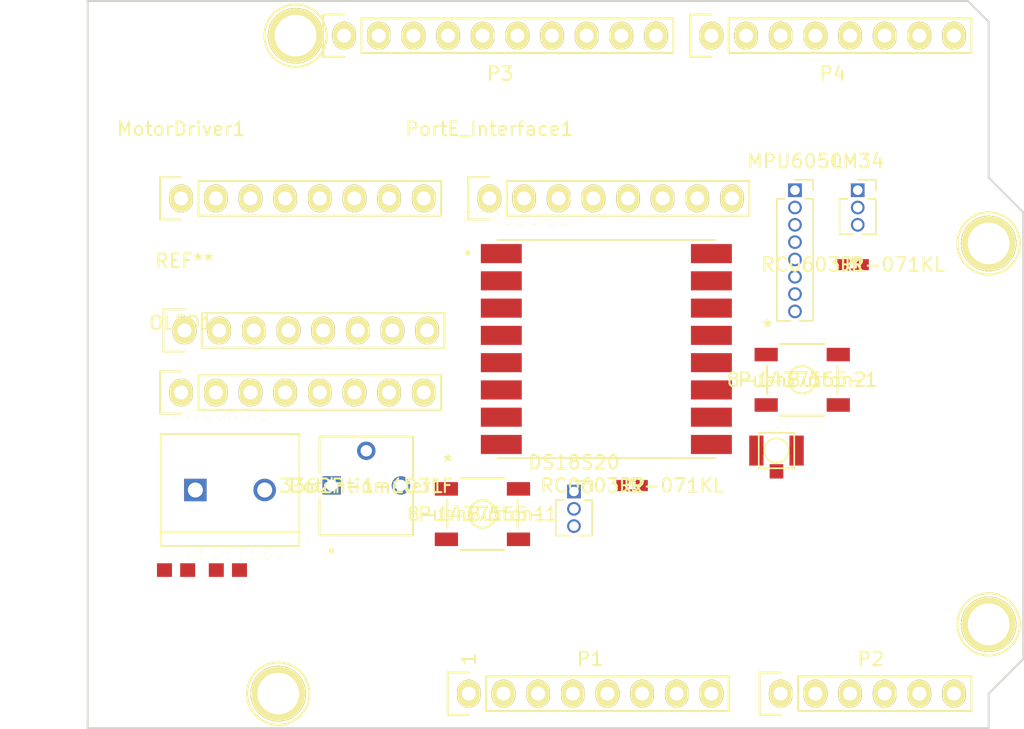
<source format=kicad_pcb>
(kicad_pcb (version 20171130) (host pcbnew "(5.1.5)-3")

  (general
    (thickness 1.6)
    (drawings 27)
    (tracks 0)
    (zones 0)
    (modules 24)
    (nets 68)
  )

  (page A4)
  (title_block
    (date "lun. 30 mars 2015")
  )

  (layers
    (0 F.Cu signal)
    (31 B.Cu signal)
    (32 B.Adhes user)
    (33 F.Adhes user)
    (34 B.Paste user)
    (35 F.Paste user)
    (36 B.SilkS user)
    (37 F.SilkS user)
    (38 B.Mask user)
    (39 F.Mask user)
    (40 Dwgs.User user)
    (41 Cmts.User user)
    (42 Eco1.User user)
    (43 Eco2.User user)
    (44 Edge.Cuts user)
    (45 Margin user)
    (46 B.CrtYd user)
    (47 F.CrtYd user)
    (48 B.Fab user)
    (49 F.Fab user)
  )

  (setup
    (last_trace_width 0.25)
    (trace_clearance 0.2)
    (zone_clearance 0.508)
    (zone_45_only no)
    (trace_min 0.2)
    (via_size 0.6)
    (via_drill 0.4)
    (via_min_size 0.4)
    (via_min_drill 0.3)
    (uvia_size 0.3)
    (uvia_drill 0.1)
    (uvias_allowed no)
    (uvia_min_size 0.2)
    (uvia_min_drill 0.1)
    (edge_width 0.15)
    (segment_width 0.15)
    (pcb_text_width 0.3)
    (pcb_text_size 1.5 1.5)
    (mod_edge_width 0.15)
    (mod_text_size 1 1)
    (mod_text_width 0.15)
    (pad_size 4.064 4.064)
    (pad_drill 3.048)
    (pad_to_mask_clearance 0)
    (aux_axis_origin 110.998 126.365)
    (grid_origin 110.998 126.365)
    (visible_elements 7FFFFFFF)
    (pcbplotparams
      (layerselection 0x00030_80000001)
      (usegerberextensions false)
      (usegerberattributes false)
      (usegerberadvancedattributes false)
      (creategerberjobfile false)
      (excludeedgelayer true)
      (linewidth 0.100000)
      (plotframeref false)
      (viasonmask false)
      (mode 1)
      (useauxorigin false)
      (hpglpennumber 1)
      (hpglpenspeed 20)
      (hpglpendiameter 15.000000)
      (psnegative false)
      (psa4output false)
      (plotreference true)
      (plotvalue true)
      (plotinvisibletext false)
      (padsonsilk false)
      (subtractmaskfromsilk false)
      (outputformat 1)
      (mirror false)
      (drillshape 1)
      (scaleselection 1)
      (outputdirectory ""))
  )

  (net 0 "")
  (net 1 /IOREF)
  (net 2 /Reset)
  (net 3 +5V)
  (net 4 GND)
  (net 5 /Vin)
  (net 6 /AREF)
  (net 7 "Net-(P5-Pad1)")
  (net 8 "Net-(P6-Pad1)")
  (net 9 "Net-(P7-Pad1)")
  (net 10 "Net-(P8-Pad1)")
  (net 11 "Net-(P1-Pad1)")
  (net 12 +3V3)
  (net 13 /PC4)
  (net 14 "Net-(J1-PadSIG)")
  (net 15 Earth)
  (net 16 "Net-(LED1-Pad2)")
  (net 17 /PD5)
  (net 18 "Net-(LED2-Pad2)")
  (net 19 /PD6)
  (net 20 /PC1)
  (net 21 "Net-(MotorDriver1-Pad10)")
  (net 22 "Net-(MotorDriver1-Pad13)")
  (net 23 "Net-(MotorDriver1-Pad14)")
  (net 24 "Net-(MotorDriver1-Pad9)")
  (net 25 "Net-(MotorDriver1-Pad12)")
  (net 26 "Net-(MotorDriver1-Pad11)")
  (net 27 "Net-(MotorDriver1-Pad3)")
  (net 28 "Net-(MotorDriver1-Pad4)")
  (net 29 /PC2)
  (net 30 /PB1)
  (net 31 "Net-(MPU6050-Pad8)")
  (net 32 "Net-(MPU6050-Pad7)")
  (net 33 "Net-(MPU6050-Pad6)")
  (net 34 "Net-(MPU6050-Pad5)")
  (net 35 /PE0)
  (net 36 /PE1)
  (net 37 /PB3)
  (net 38 /PB5)
  (net 39 "Net-(OLED1-Pad2)")
  (net 40 /PC3)
  (net 41 /PC0)
  (net 42 /PC5)
  (net 43 /PB4)
  (net 44 /PB2)
  (net 45 /PD7)
  (net 46 /PD4)
  (net 47 /PD3)
  (net 48 /PD2)
  (net 49 /PD1)
  (net 50 /PD0)
  (net 51 "Net-(PortE_Interface1-Pad8)")
  (net 52 "Net-(PortE_Interface1-Pad7)")
  (net 53 "Net-(PortE_Interface1-Pad6)")
  (net 54 "Net-(PortE_Interface1-Pad5)")
  (net 55 /PE3)
  (net 56 /PE2)
  (net 57 "Net-(PushButton1-Pad3)")
  (net 58 "Net-(PushButton1-Pad1)")
  (net 59 "Net-(PushButton2-Pad3)")
  (net 60 "Net-(PushButton2-Pad1)")
  (net 61 "Net-(RFModule1-Pad16)")
  (net 62 "Net-(RFModule1-Pad15)")
  (net 63 "Net-(RFModule1-Pad14)")
  (net 64 "Net-(RFModule1-Pad12)")
  (net 65 "Net-(RFModule1-Pad11)")
  (net 66 "Net-(RFModule1-Pad9)")
  (net 67 "Net-(RFModule1-Pad7)")

  (net_class Default "This is the default net class."
    (clearance 0.2)
    (trace_width 0.25)
    (via_dia 0.6)
    (via_drill 0.4)
    (uvia_dia 0.3)
    (uvia_drill 0.1)
    (add_net +3V3)
    (add_net +5V)
    (add_net /AREF)
    (add_net /IOREF)
    (add_net /PB1)
    (add_net /PB2)
    (add_net /PB3)
    (add_net /PB4)
    (add_net /PB5)
    (add_net /PC0)
    (add_net /PC1)
    (add_net /PC2)
    (add_net /PC3)
    (add_net /PC4)
    (add_net /PC5)
    (add_net /PD0)
    (add_net /PD1)
    (add_net /PD2)
    (add_net /PD3)
    (add_net /PD4)
    (add_net /PD5)
    (add_net /PD6)
    (add_net /PD7)
    (add_net /PE0)
    (add_net /PE1)
    (add_net /PE2)
    (add_net /PE3)
    (add_net /Reset)
    (add_net /Vin)
    (add_net Earth)
    (add_net GND)
    (add_net "Net-(J1-PadSIG)")
    (add_net "Net-(LED1-Pad2)")
    (add_net "Net-(LED2-Pad2)")
    (add_net "Net-(MPU6050-Pad5)")
    (add_net "Net-(MPU6050-Pad6)")
    (add_net "Net-(MPU6050-Pad7)")
    (add_net "Net-(MPU6050-Pad8)")
    (add_net "Net-(MotorDriver1-Pad10)")
    (add_net "Net-(MotorDriver1-Pad11)")
    (add_net "Net-(MotorDriver1-Pad12)")
    (add_net "Net-(MotorDriver1-Pad13)")
    (add_net "Net-(MotorDriver1-Pad14)")
    (add_net "Net-(MotorDriver1-Pad3)")
    (add_net "Net-(MotorDriver1-Pad4)")
    (add_net "Net-(MotorDriver1-Pad9)")
    (add_net "Net-(OLED1-Pad2)")
    (add_net "Net-(P1-Pad1)")
    (add_net "Net-(P5-Pad1)")
    (add_net "Net-(P6-Pad1)")
    (add_net "Net-(P7-Pad1)")
    (add_net "Net-(P8-Pad1)")
    (add_net "Net-(PortE_Interface1-Pad5)")
    (add_net "Net-(PortE_Interface1-Pad6)")
    (add_net "Net-(PortE_Interface1-Pad7)")
    (add_net "Net-(PortE_Interface1-Pad8)")
    (add_net "Net-(PushButton1-Pad1)")
    (add_net "Net-(PushButton1-Pad3)")
    (add_net "Net-(PushButton2-Pad1)")
    (add_net "Net-(PushButton2-Pad3)")
    (add_net "Net-(RFModule1-Pad11)")
    (add_net "Net-(RFModule1-Pad12)")
    (add_net "Net-(RFModule1-Pad14)")
    (add_net "Net-(RFModule1-Pad15)")
    (add_net "Net-(RFModule1-Pad16)")
    (add_net "Net-(RFModule1-Pad7)")
    (add_net "Net-(RFModule1-Pad9)")
  )

  (module RFModule:XCVR_RFM95W-915S2 (layer F.Cu) (tedit 5EB5075C) (tstamp 5EB96517)
    (at 149.018001 98.550001)
    (path /5EBB7A1F)
    (fp_text reference RFModule1 (at -6.63079 -9.54026) (layer F.SilkS)
      (effects (font (size 1 1) (thickness 0.015)))
    )
    (fp_text value RFM95W-915S2 (at 0.6917 9.5683) (layer F.Fab)
      (effects (font (size 1 1) (thickness 0.015)))
    )
    (fp_line (start -8 8) (end 8 8) (layer F.SilkS) (width 0.127))
    (fp_line (start -8 -8) (end 8 -8) (layer F.SilkS) (width 0.127))
    (fp_circle (center -10.15 -7.05) (end -10.05 -7.05) (layer F.Fab) (width 0.2))
    (fp_circle (center -10.15 -7.05) (end -10.05 -7.05) (layer F.SilkS) (width 0.2))
    (fp_line (start -8.25 -7.95) (end -8.25 -8.25) (layer F.CrtYd) (width 0.05))
    (fp_line (start -9.45 -7.95) (end -8.25 -7.95) (layer F.CrtYd) (width 0.05))
    (fp_line (start -9.45 7.95) (end -9.45 -7.95) (layer F.CrtYd) (width 0.05))
    (fp_line (start -8.25 7.95) (end -9.45 7.95) (layer F.CrtYd) (width 0.05))
    (fp_line (start -8.25 8.25) (end -8.25 7.95) (layer F.CrtYd) (width 0.05))
    (fp_line (start 8.25 8.25) (end -8.25 8.25) (layer F.CrtYd) (width 0.05))
    (fp_line (start 8.25 7.95) (end 8.25 8.25) (layer F.CrtYd) (width 0.05))
    (fp_line (start 9.45 7.95) (end 8.25 7.95) (layer F.CrtYd) (width 0.05))
    (fp_line (start 9.45 -7.95) (end 9.45 7.95) (layer F.CrtYd) (width 0.05))
    (fp_line (start 8.25 -7.95) (end 9.45 -7.95) (layer F.CrtYd) (width 0.05))
    (fp_line (start 8.25 -8.25) (end 8.25 -7.95) (layer F.CrtYd) (width 0.05))
    (fp_line (start -8.25 -8.25) (end 8.25 -8.25) (layer F.CrtYd) (width 0.05))
    (fp_line (start 8 8) (end -8 8) (layer F.Fab) (width 0.127))
    (fp_line (start 8 -8) (end 8 8) (layer F.Fab) (width 0.127))
    (fp_line (start -8 -8) (end 8 -8) (layer F.Fab) (width 0.127))
    (fp_line (start -8 8) (end -8 -8) (layer F.Fab) (width 0.127))
    (pad 16 smd rect (at 7.7 -7) (size 3 1.4) (layers F.Cu F.Paste F.Mask)
      (net 61 "Net-(RFModule1-Pad16)"))
    (pad 15 smd rect (at 7.7 -5) (size 3 1.4) (layers F.Cu F.Paste F.Mask)
      (net 62 "Net-(RFModule1-Pad15)"))
    (pad 14 smd rect (at 7.7 -3) (size 3 1.4) (layers F.Cu F.Paste F.Mask)
      (net 63 "Net-(RFModule1-Pad14)"))
    (pad 13 smd rect (at 7.7 -1) (size 3 1.4) (layers F.Cu F.Paste F.Mask)
      (net 12 +3V3))
    (pad 12 smd rect (at 7.7 1) (size 3 1.4) (layers F.Cu F.Paste F.Mask)
      (net 64 "Net-(RFModule1-Pad12)"))
    (pad 11 smd rect (at 7.7 3) (size 3 1.4) (layers F.Cu F.Paste F.Mask)
      (net 65 "Net-(RFModule1-Pad11)"))
    (pad 10 smd rect (at 7.7 5) (size 3 1.4) (layers F.Cu F.Paste F.Mask)
      (net 15 Earth))
    (pad 9 smd rect (at 7.7 7) (size 3 1.4) (layers F.Cu F.Paste F.Mask)
      (net 66 "Net-(RFModule1-Pad9)"))
    (pad 8 smd rect (at -7.7 7) (size 3 1.4) (layers F.Cu F.Paste F.Mask)
      (net 15 Earth))
    (pad 7 smd rect (at -7.7 5) (size 3 1.4) (layers F.Cu F.Paste F.Mask)
      (net 67 "Net-(RFModule1-Pad7)"))
    (pad 6 smd rect (at -7.7 3) (size 3 1.4) (layers F.Cu F.Paste F.Mask)
      (net 15 Earth))
    (pad 5 smd rect (at -7.7 1) (size 3 1.4) (layers F.Cu F.Paste F.Mask)
      (net 44 /PB2))
    (pad 4 smd rect (at -7.7 -1) (size 3 1.4) (layers F.Cu F.Paste F.Mask)
      (net 38 /PB5))
    (pad 3 smd rect (at -7.7 -3) (size 3 1.4) (layers F.Cu F.Paste F.Mask)
      (net 37 /PB3))
    (pad 2 smd rect (at -7.7 -5) (size 3 1.4) (layers F.Cu F.Paste F.Mask)
      (net 43 /PB4))
    (pad 1 smd rect (at -7.7 -7) (size 3 1.4) (layers F.Cu F.Paste F.Mask)
      (net 15 Earth))
  )

  (module resistors:RC0603JR-071KL (layer F.Cu) (tedit 0) (tstamp 5EB964EF)
    (at 150.903901 108.561601)
    (path /5EC2F377)
    (fp_text reference R2 (at 0 0) (layer F.SilkS)
      (effects (font (size 1 1) (thickness 0.15)))
    )
    (fp_text value RC0603JR-071KL (at 0 0) (layer F.SilkS)
      (effects (font (size 1 1) (thickness 0.15)))
    )
    (fp_line (start 1.4097 0.6604) (end -1.4097 0.6604) (layer F.CrtYd) (width 0.1524))
    (fp_line (start 1.4097 -0.6604) (end 1.4097 0.6604) (layer F.CrtYd) (width 0.1524))
    (fp_line (start -1.4097 -0.6604) (end 1.4097 -0.6604) (layer F.CrtYd) (width 0.1524))
    (fp_line (start -1.4097 0.6604) (end -1.4097 -0.6604) (layer F.CrtYd) (width 0.1524))
    (fp_line (start -0.3429 0.3556) (end -0.3429 -0.3556) (layer F.Cu) (width 0.1524))
    (fp_line (start 0.3429 0.3556) (end -0.3429 0.3556) (layer F.Cu) (width 0.1524))
    (fp_line (start 0.3429 -0.3556) (end 0.3429 0.3556) (layer F.Cu) (width 0.1524))
    (fp_line (start -0.3429 -0.3556) (end 0.3429 -0.3556) (layer F.Cu) (width 0.1524))
    (fp_line (start -0.8001 -0.4064) (end -0.8001 0.4064) (layer F.Fab) (width 0.1524))
    (fp_line (start 0.8001 -0.4064) (end -0.8001 -0.4064) (layer F.Fab) (width 0.1524))
    (fp_line (start 0.8001 0.4064) (end 0.8001 -0.4064) (layer F.Fab) (width 0.1524))
    (fp_line (start -0.8001 0.4064) (end 0.8001 0.4064) (layer F.Fab) (width 0.1524))
    (fp_line (start 0.8001 -0.4064) (end 0.3937 -0.4064) (layer F.Fab) (width 0.1524))
    (fp_line (start 0.8001 0.4064) (end 0.8001 -0.4064) (layer F.Fab) (width 0.1524))
    (fp_line (start 0.3937 0.4064) (end 0.8001 0.4064) (layer F.Fab) (width 0.1524))
    (fp_line (start 0.3937 -0.4064) (end 0.3937 0.4064) (layer F.Fab) (width 0.1524))
    (fp_line (start -0.8001 0.4064) (end -0.3937 0.4064) (layer F.Fab) (width 0.1524))
    (fp_line (start -0.8001 -0.4064) (end -0.8001 0.4064) (layer F.Fab) (width 0.1524))
    (fp_line (start -0.3937 -0.4064) (end -0.8001 -0.4064) (layer F.Fab) (width 0.1524))
    (fp_line (start -0.3937 0.4064) (end -0.3937 -0.4064) (layer F.Fab) (width 0.1524))
    (fp_text user 0.031in/0.787mm (at 0 3.4544) (layer Dwgs.User)
      (effects (font (size 1 1) (thickness 0.15)))
    )
    (fp_text user 0.091in/2.311mm (at 0 -3.4544) (layer Dwgs.User)
      (effects (font (size 1 1) (thickness 0.15)))
    )
    (fp_text user 0.032in/0.813mm (at 3.8481 0) (layer Dwgs.User)
      (effects (font (size 1 1) (thickness 0.15)))
    )
    (fp_text user * (at 0 0) (layer F.Fab)
      (effects (font (size 1 1) (thickness 0.15)))
    )
    (fp_text user * (at 0 0) (layer F.SilkS)
      (effects (font (size 1 1) (thickness 0.15)))
    )
    (fp_text user "Copyright 2016 Accelerated Designs. All rights reserved." (at 0 0) (layer Cmts.User)
      (effects (font (size 0.127 0.127) (thickness 0.002)))
    )
    (pad 2 smd rect (at 0.7747 0) (size 0.762 0.8128) (layers F.Cu F.Paste F.Mask)
      (net 18 "Net-(LED2-Pad2)"))
    (pad 1 smd rect (at -0.7747 0) (size 0.762 0.8128) (layers F.Cu F.Paste F.Mask)
      (net 3 +5V))
  )

  (module resistors:RC0603JR-071KL (layer F.Cu) (tedit 0) (tstamp 5EB964CF)
    (at 167.103901 92.361601)
    (path /5EC3EF42)
    (fp_text reference R1 (at 0 0) (layer F.SilkS)
      (effects (font (size 1 1) (thickness 0.15)))
    )
    (fp_text value RC0603JR-071KL (at 0 0) (layer F.SilkS)
      (effects (font (size 1 1) (thickness 0.15)))
    )
    (fp_line (start 1.4097 0.6604) (end -1.4097 0.6604) (layer F.CrtYd) (width 0.1524))
    (fp_line (start 1.4097 -0.6604) (end 1.4097 0.6604) (layer F.CrtYd) (width 0.1524))
    (fp_line (start -1.4097 -0.6604) (end 1.4097 -0.6604) (layer F.CrtYd) (width 0.1524))
    (fp_line (start -1.4097 0.6604) (end -1.4097 -0.6604) (layer F.CrtYd) (width 0.1524))
    (fp_line (start -0.3429 0.3556) (end -0.3429 -0.3556) (layer F.Cu) (width 0.1524))
    (fp_line (start 0.3429 0.3556) (end -0.3429 0.3556) (layer F.Cu) (width 0.1524))
    (fp_line (start 0.3429 -0.3556) (end 0.3429 0.3556) (layer F.Cu) (width 0.1524))
    (fp_line (start -0.3429 -0.3556) (end 0.3429 -0.3556) (layer F.Cu) (width 0.1524))
    (fp_line (start -0.8001 -0.4064) (end -0.8001 0.4064) (layer F.Fab) (width 0.1524))
    (fp_line (start 0.8001 -0.4064) (end -0.8001 -0.4064) (layer F.Fab) (width 0.1524))
    (fp_line (start 0.8001 0.4064) (end 0.8001 -0.4064) (layer F.Fab) (width 0.1524))
    (fp_line (start -0.8001 0.4064) (end 0.8001 0.4064) (layer F.Fab) (width 0.1524))
    (fp_line (start 0.8001 -0.4064) (end 0.3937 -0.4064) (layer F.Fab) (width 0.1524))
    (fp_line (start 0.8001 0.4064) (end 0.8001 -0.4064) (layer F.Fab) (width 0.1524))
    (fp_line (start 0.3937 0.4064) (end 0.8001 0.4064) (layer F.Fab) (width 0.1524))
    (fp_line (start 0.3937 -0.4064) (end 0.3937 0.4064) (layer F.Fab) (width 0.1524))
    (fp_line (start -0.8001 0.4064) (end -0.3937 0.4064) (layer F.Fab) (width 0.1524))
    (fp_line (start -0.8001 -0.4064) (end -0.8001 0.4064) (layer F.Fab) (width 0.1524))
    (fp_line (start -0.3937 -0.4064) (end -0.8001 -0.4064) (layer F.Fab) (width 0.1524))
    (fp_line (start -0.3937 0.4064) (end -0.3937 -0.4064) (layer F.Fab) (width 0.1524))
    (fp_text user 0.031in/0.787mm (at 0 3.4544) (layer Dwgs.User)
      (effects (font (size 1 1) (thickness 0.15)))
    )
    (fp_text user 0.091in/2.311mm (at 0 -3.4544) (layer Dwgs.User)
      (effects (font (size 1 1) (thickness 0.15)))
    )
    (fp_text user 0.032in/0.813mm (at 3.8481 0) (layer Dwgs.User)
      (effects (font (size 1 1) (thickness 0.15)))
    )
    (fp_text user * (at 0 0) (layer F.Fab)
      (effects (font (size 1 1) (thickness 0.15)))
    )
    (fp_text user * (at 0 0) (layer F.SilkS)
      (effects (font (size 1 1) (thickness 0.15)))
    )
    (fp_text user "Copyright 2016 Accelerated Designs. All rights reserved." (at 0 0) (layer Cmts.User)
      (effects (font (size 0.127 0.127) (thickness 0.002)))
    )
    (pad 2 smd rect (at 0.7747 0) (size 0.762 0.8128) (layers F.Cu F.Paste F.Mask)
      (net 16 "Net-(LED1-Pad2)"))
    (pad 1 smd rect (at -0.7747 0) (size 0.762 0.8128) (layers F.Cu F.Paste F.Mask)
      (net 3 +5V))
  )

  (module footprints:8-1437565-1 (layer F.Cu) (tedit 0) (tstamp 5EB964AF)
    (at 163.374201 100.807101)
    (path /5EC11E6B)
    (fp_text reference PushButton2 (at 0 0) (layer F.SilkS)
      (effects (font (size 1 1) (thickness 0.15)))
    )
    (fp_text value 8-1437565-1 (at 0 0) (layer F.SilkS)
      (effects (font (size 1 1) (thickness 0.15)))
    )
    (fp_circle (center 0 0) (end 1.0033 0) (layer F.SilkS) (width 0.1524))
    (fp_circle (center 0 0) (end 1.0033 0) (layer F.Fab) (width 0.1524))
    (fp_line (start 2.7051 2.7559) (end -2.7051 2.7559) (layer F.CrtYd) (width 0.1524))
    (fp_line (start 2.7051 2.739) (end 2.7051 2.7559) (layer F.CrtYd) (width 0.1524))
    (fp_line (start 3.81 2.739) (end 2.7051 2.739) (layer F.CrtYd) (width 0.1524))
    (fp_line (start 3.81 -2.739) (end 3.81 2.739) (layer F.CrtYd) (width 0.1524))
    (fp_line (start 2.7051 -2.739) (end 3.81 -2.739) (layer F.CrtYd) (width 0.1524))
    (fp_line (start 2.7051 -2.7559) (end 2.7051 -2.739) (layer F.CrtYd) (width 0.1524))
    (fp_line (start -2.7051 -2.7559) (end 2.7051 -2.7559) (layer F.CrtYd) (width 0.1524))
    (fp_line (start -2.7051 -2.739) (end -2.7051 -2.7559) (layer F.CrtYd) (width 0.1524))
    (fp_line (start -3.81 -2.739) (end -2.7051 -2.739) (layer F.CrtYd) (width 0.1524))
    (fp_line (start -3.81 2.739) (end -3.81 -2.739) (layer F.CrtYd) (width 0.1524))
    (fp_line (start -2.7051 2.739) (end -3.81 2.739) (layer F.CrtYd) (width 0.1524))
    (fp_line (start -2.7051 2.7559) (end -2.7051 2.739) (layer F.CrtYd) (width 0.1524))
    (fp_line (start -2.4511 -2.5019) (end -2.4511 2.5019) (layer F.Fab) (width 0.1524))
    (fp_line (start 2.4511 -2.5019) (end -2.4511 -2.5019) (layer F.Fab) (width 0.1524))
    (fp_line (start 2.4511 2.5019) (end 2.4511 -2.5019) (layer F.Fab) (width 0.1524))
    (fp_line (start -2.4511 2.5019) (end 2.4511 2.5019) (layer F.Fab) (width 0.1524))
    (fp_line (start -2.5781 -1.021959) (end -2.5781 1.021959) (layer F.SilkS) (width 0.1524))
    (fp_line (start 1.61667 -2.6289) (end -1.61667 -2.6289) (layer F.SilkS) (width 0.1524))
    (fp_line (start 2.5781 1.021959) (end 2.5781 -1.021959) (layer F.SilkS) (width 0.1524))
    (fp_line (start -1.61667 2.6289) (end 1.61667 2.6289) (layer F.SilkS) (width 0.1524))
    (fp_line (start 3.302 -2.104) (end 2.4511 -2.104) (layer F.Fab) (width 0.1524))
    (fp_line (start 3.302 -1.596) (end 3.302 -2.104) (layer F.Fab) (width 0.1524))
    (fp_line (start 2.4511 -1.596) (end 3.302 -1.596) (layer F.Fab) (width 0.1524))
    (fp_line (start 2.4511 -2.104) (end 2.4511 -1.596) (layer F.Fab) (width 0.1524))
    (fp_line (start 3.302 1.596) (end 2.4511 1.596) (layer F.Fab) (width 0.1524))
    (fp_line (start 3.302 2.104) (end 3.302 1.596) (layer F.Fab) (width 0.1524))
    (fp_line (start 2.4511 2.104) (end 3.302 2.104) (layer F.Fab) (width 0.1524))
    (fp_line (start 2.4511 1.596) (end 2.4511 2.104) (layer F.Fab) (width 0.1524))
    (fp_line (start -3.302 2.104) (end -2.4511 2.104) (layer F.Fab) (width 0.1524))
    (fp_line (start -3.302 1.596) (end -3.302 2.104) (layer F.Fab) (width 0.1524))
    (fp_line (start -2.4511 1.596) (end -3.302 1.596) (layer F.Fab) (width 0.1524))
    (fp_line (start -2.4511 2.104) (end -2.4511 1.596) (layer F.Fab) (width 0.1524))
    (fp_line (start -3.302 -1.596) (end -2.4511 -1.596) (layer F.Fab) (width 0.1524))
    (fp_line (start -3.302 -2.104) (end -3.302 -1.596) (layer F.Fab) (width 0.1524))
    (fp_line (start -2.4511 -2.104) (end -3.302 -2.104) (layer F.Fab) (width 0.1524))
    (fp_line (start -2.4511 -1.596) (end -2.4511 -2.104) (layer F.Fab) (width 0.1524))
    (fp_text user * (at -2.54 -3.81) (layer F.SilkS)
      (effects (font (size 1 1) (thickness 0.15)))
    )
    (fp_text user * (at -1.27 -2.54) (layer F.Fab)
      (effects (font (size 1 1) (thickness 0.15)))
    )
    (fp_text user 0.08in/2.032mm (at -2.6416 4.9149) (layer Dwgs.User)
      (effects (font (size 1 1) (thickness 0.15)))
    )
    (fp_text user 0.208in/5.283mm (at 0 -4.9149) (layer Dwgs.User)
      (effects (font (size 1 1) (thickness 0.15)))
    )
    (fp_text user 0.022in/0.559mm (at 5.6896 -1.85) (layer Dwgs.User)
      (effects (font (size 1 1) (thickness 0.15)))
    )
    (fp_text user 0.146in/3.7mm (at -5.6896 0) (layer Dwgs.User)
      (effects (font (size 1 1) (thickness 0.15)))
    )
    (fp_text user * (at -1.27 -2.54) (layer F.Fab)
      (effects (font (size 1 1) (thickness 0.15)))
    )
    (fp_text user * (at -2.54 -3.81) (layer F.SilkS)
      (effects (font (size 1 1) (thickness 0.15)))
    )
    (fp_text user "Copyright 2016 Accelerated Designs. All rights reserved." (at 0 0) (layer Cmts.User)
      (effects (font (size 0.127 0.127) (thickness 0.002)))
    )
    (pad 2 smd rect (at 2.6416 -1.849999) (size 1.7018 0.9906) (layers F.Cu F.Paste F.Mask)
      (net 15 Earth))
    (pad 4 smd rect (at 2.6416 1.849999) (size 1.7018 0.9906) (layers F.Cu F.Paste F.Mask)
      (net 47 /PD3))
    (pad 3 smd rect (at -2.6416 1.849999) (size 1.7018 0.9906) (layers F.Cu F.Paste F.Mask)
      (net 59 "Net-(PushButton2-Pad3)"))
    (pad 1 smd rect (at -2.6416 -1.849999) (size 1.7018 0.9906) (layers F.Cu F.Paste F.Mask)
      (net 60 "Net-(PushButton2-Pad1)"))
  )

  (module footprints:8-1437565-1 (layer F.Cu) (tedit 0) (tstamp 5EB96478)
    (at 139.934201 110.657101)
    (path /5EC09C4C)
    (fp_text reference PushButton1 (at 0 0) (layer F.SilkS)
      (effects (font (size 1 1) (thickness 0.15)))
    )
    (fp_text value 8-1437565-1 (at 0 0) (layer F.SilkS)
      (effects (font (size 1 1) (thickness 0.15)))
    )
    (fp_circle (center 0 0) (end 1.0033 0) (layer F.SilkS) (width 0.1524))
    (fp_circle (center 0 0) (end 1.0033 0) (layer F.Fab) (width 0.1524))
    (fp_line (start 2.7051 2.7559) (end -2.7051 2.7559) (layer F.CrtYd) (width 0.1524))
    (fp_line (start 2.7051 2.739) (end 2.7051 2.7559) (layer F.CrtYd) (width 0.1524))
    (fp_line (start 3.81 2.739) (end 2.7051 2.739) (layer F.CrtYd) (width 0.1524))
    (fp_line (start 3.81 -2.739) (end 3.81 2.739) (layer F.CrtYd) (width 0.1524))
    (fp_line (start 2.7051 -2.739) (end 3.81 -2.739) (layer F.CrtYd) (width 0.1524))
    (fp_line (start 2.7051 -2.7559) (end 2.7051 -2.739) (layer F.CrtYd) (width 0.1524))
    (fp_line (start -2.7051 -2.7559) (end 2.7051 -2.7559) (layer F.CrtYd) (width 0.1524))
    (fp_line (start -2.7051 -2.739) (end -2.7051 -2.7559) (layer F.CrtYd) (width 0.1524))
    (fp_line (start -3.81 -2.739) (end -2.7051 -2.739) (layer F.CrtYd) (width 0.1524))
    (fp_line (start -3.81 2.739) (end -3.81 -2.739) (layer F.CrtYd) (width 0.1524))
    (fp_line (start -2.7051 2.739) (end -3.81 2.739) (layer F.CrtYd) (width 0.1524))
    (fp_line (start -2.7051 2.7559) (end -2.7051 2.739) (layer F.CrtYd) (width 0.1524))
    (fp_line (start -2.4511 -2.5019) (end -2.4511 2.5019) (layer F.Fab) (width 0.1524))
    (fp_line (start 2.4511 -2.5019) (end -2.4511 -2.5019) (layer F.Fab) (width 0.1524))
    (fp_line (start 2.4511 2.5019) (end 2.4511 -2.5019) (layer F.Fab) (width 0.1524))
    (fp_line (start -2.4511 2.5019) (end 2.4511 2.5019) (layer F.Fab) (width 0.1524))
    (fp_line (start -2.5781 -1.021959) (end -2.5781 1.021959) (layer F.SilkS) (width 0.1524))
    (fp_line (start 1.61667 -2.6289) (end -1.61667 -2.6289) (layer F.SilkS) (width 0.1524))
    (fp_line (start 2.5781 1.021959) (end 2.5781 -1.021959) (layer F.SilkS) (width 0.1524))
    (fp_line (start -1.61667 2.6289) (end 1.61667 2.6289) (layer F.SilkS) (width 0.1524))
    (fp_line (start 3.302 -2.104) (end 2.4511 -2.104) (layer F.Fab) (width 0.1524))
    (fp_line (start 3.302 -1.596) (end 3.302 -2.104) (layer F.Fab) (width 0.1524))
    (fp_line (start 2.4511 -1.596) (end 3.302 -1.596) (layer F.Fab) (width 0.1524))
    (fp_line (start 2.4511 -2.104) (end 2.4511 -1.596) (layer F.Fab) (width 0.1524))
    (fp_line (start 3.302 1.596) (end 2.4511 1.596) (layer F.Fab) (width 0.1524))
    (fp_line (start 3.302 2.104) (end 3.302 1.596) (layer F.Fab) (width 0.1524))
    (fp_line (start 2.4511 2.104) (end 3.302 2.104) (layer F.Fab) (width 0.1524))
    (fp_line (start 2.4511 1.596) (end 2.4511 2.104) (layer F.Fab) (width 0.1524))
    (fp_line (start -3.302 2.104) (end -2.4511 2.104) (layer F.Fab) (width 0.1524))
    (fp_line (start -3.302 1.596) (end -3.302 2.104) (layer F.Fab) (width 0.1524))
    (fp_line (start -2.4511 1.596) (end -3.302 1.596) (layer F.Fab) (width 0.1524))
    (fp_line (start -2.4511 2.104) (end -2.4511 1.596) (layer F.Fab) (width 0.1524))
    (fp_line (start -3.302 -1.596) (end -2.4511 -1.596) (layer F.Fab) (width 0.1524))
    (fp_line (start -3.302 -2.104) (end -3.302 -1.596) (layer F.Fab) (width 0.1524))
    (fp_line (start -2.4511 -2.104) (end -3.302 -2.104) (layer F.Fab) (width 0.1524))
    (fp_line (start -2.4511 -1.596) (end -2.4511 -2.104) (layer F.Fab) (width 0.1524))
    (fp_text user * (at -2.54 -3.81) (layer F.SilkS)
      (effects (font (size 1 1) (thickness 0.15)))
    )
    (fp_text user * (at -1.27 -2.54) (layer F.Fab)
      (effects (font (size 1 1) (thickness 0.15)))
    )
    (fp_text user 0.08in/2.032mm (at -2.6416 4.9149) (layer Dwgs.User)
      (effects (font (size 1 1) (thickness 0.15)))
    )
    (fp_text user 0.208in/5.283mm (at 0 -4.9149) (layer Dwgs.User)
      (effects (font (size 1 1) (thickness 0.15)))
    )
    (fp_text user 0.022in/0.559mm (at 5.6896 -1.85) (layer Dwgs.User)
      (effects (font (size 1 1) (thickness 0.15)))
    )
    (fp_text user 0.146in/3.7mm (at -5.6896 0) (layer Dwgs.User)
      (effects (font (size 1 1) (thickness 0.15)))
    )
    (fp_text user * (at -1.27 -2.54) (layer F.Fab)
      (effects (font (size 1 1) (thickness 0.15)))
    )
    (fp_text user * (at -2.54 -3.81) (layer F.SilkS)
      (effects (font (size 1 1) (thickness 0.15)))
    )
    (fp_text user "Copyright 2016 Accelerated Designs. All rights reserved." (at 0 0) (layer Cmts.User)
      (effects (font (size 0.127 0.127) (thickness 0.002)))
    )
    (pad 2 smd rect (at 2.6416 -1.849999) (size 1.7018 0.9906) (layers F.Cu F.Paste F.Mask)
      (net 15 Earth))
    (pad 4 smd rect (at 2.6416 1.849999) (size 1.7018 0.9906) (layers F.Cu F.Paste F.Mask)
      (net 48 /PD2))
    (pad 3 smd rect (at -2.6416 1.849999) (size 1.7018 0.9906) (layers F.Cu F.Paste F.Mask)
      (net 57 "Net-(PushButton1-Pad3)"))
    (pad 1 smd rect (at -2.6416 -1.849999) (size 1.7018 0.9906) (layers F.Cu F.Paste F.Mask)
      (net 58 "Net-(PushButton1-Pad1)"))
  )

  (module potentiometer:3362P-1-103LF (layer F.Cu) (tedit 0) (tstamp 5EB96441)
    (at 128.880201 108.553601)
    (path /5EC77688)
    (fp_text reference Potentiometer1 (at 2.54 0.0381) (layer F.SilkS)
      (effects (font (size 1 1) (thickness 0.15)))
    )
    (fp_text value 3362P-1-103LF (at 2.54 0.0381) (layer F.SilkS)
      (effects (font (size 1 1) (thickness 0.15)))
    )
    (fp_circle (center 0 4.8006) (end 0.127 4.8006) (layer F.SilkS) (width 0.1524))
    (fp_circle (center 0 3.2766) (end 0.127 3.2766) (layer F.Fab) (width 0.1524))
    (fp_line (start 6.096 4.0386) (end -1.016 4.0386) (layer F.CrtYd) (width 0.1524))
    (fp_line (start 6.096 -3.9624) (end 6.096 4.0386) (layer F.CrtYd) (width 0.1524))
    (fp_line (start -1.016 -3.9624) (end 6.096 -3.9624) (layer F.CrtYd) (width 0.1524))
    (fp_line (start -1.016 4.0386) (end -1.016 -3.9624) (layer F.CrtYd) (width 0.1524))
    (fp_line (start 5.969 -0.470524) (end 5.969 -3.5814) (layer F.SilkS) (width 0.1524))
    (fp_line (start -0.889 0.926286) (end -0.889 3.6576) (layer F.SilkS) (width 0.1524))
    (fp_line (start -0.762 -3.4544) (end -0.762 3.5306) (layer F.Fab) (width 0.1524))
    (fp_line (start 5.842 -3.4544) (end -0.762 -3.4544) (layer F.Fab) (width 0.1524))
    (fp_line (start 5.842 3.5306) (end 5.842 -3.4544) (layer F.Fab) (width 0.1524))
    (fp_line (start -0.762 3.5306) (end 5.842 3.5306) (layer F.Fab) (width 0.1524))
    (fp_line (start -0.889 -3.5814) (end -0.889 -0.926286) (layer F.SilkS) (width 0.1524))
    (fp_line (start 5.969 -3.5814) (end -0.889 -3.5814) (layer F.SilkS) (width 0.1524))
    (fp_line (start 5.969 3.6576) (end 5.969 0.470524) (layer F.SilkS) (width 0.1524))
    (fp_line (start -0.889 3.6576) (end 5.969 3.6576) (layer F.SilkS) (width 0.1524))
    (fp_text user * (at 0 0) (layer F.Fab)
      (effects (font (size 1 1) (thickness 0.15)))
    )
    (fp_text user * (at 0 0) (layer F.SilkS)
      (effects (font (size 1 1) (thickness 0.15)))
    )
    (fp_text user "Copyright 2016 Accelerated Designs. All rights reserved." (at 0 0) (layer Cmts.User)
      (effects (font (size 0.127 0.127) (thickness 0.002)))
    )
    (pad 3 thru_hole circle (at 5.08 0) (size 1.3462 1.3462) (drill 0.8382) (layers *.Cu *.Mask)
      (net 3 +5V))
    (pad 2 thru_hole circle (at 2.54 -2.54) (size 1.3462 1.3462) (drill 0.8382) (layers *.Cu *.Mask)
      (net 41 /PC0))
    (pad 1 thru_hole rect (at 0 0) (size 1.3462 1.3462) (drill 0.8382) (layers *.Cu *.Mask)
      (net 15 Earth))
  )

  (module Socket_Arduino_Uno:Socket_Strip_Arduino_1x08 (layer F.Cu) (tedit 5EB50B5E) (tstamp 5EB96427)
    (at 140.443001 87.500001)
    (descr "Through hole socket strip")
    (tags "socket strip")
    (path /5EE1200B)
    (fp_text reference PortE_Interface1 (at 0 -5.1) (layer F.SilkS)
      (effects (font (size 1 1) (thickness 0.15)))
    )
    (fp_text value Conn_01x08_Female (at 0 -3.1) (layer F.Fab)
      (effects (font (size 1 1) (thickness 0.15)))
    )
    (fp_line (start -1.55 -1.55) (end -1.55 1.55) (layer F.SilkS) (width 0.15))
    (fp_line (start 0 -1.55) (end -1.55 -1.55) (layer F.SilkS) (width 0.15))
    (fp_line (start 1.27 1.27) (end 1.27 -1.27) (layer F.SilkS) (width 0.15))
    (fp_line (start -1.55 1.55) (end 0 1.55) (layer F.SilkS) (width 0.15))
    (fp_line (start 19.05 -1.27) (end 1.27 -1.27) (layer F.SilkS) (width 0.15))
    (fp_line (start 19.05 1.27) (end 19.05 -1.27) (layer F.SilkS) (width 0.15))
    (fp_line (start 1.27 1.27) (end 19.05 1.27) (layer F.SilkS) (width 0.15))
    (fp_line (start -1.75 1.75) (end 19.55 1.75) (layer F.CrtYd) (width 0.05))
    (fp_line (start -1.75 -1.75) (end 19.55 -1.75) (layer F.CrtYd) (width 0.05))
    (fp_line (start 19.55 -1.75) (end 19.55 1.75) (layer F.CrtYd) (width 0.05))
    (fp_line (start -1.75 -1.75) (end -1.75 1.75) (layer F.CrtYd) (width 0.05))
    (pad 8 thru_hole oval (at 17.78 0) (size 1.7272 2.032) (drill 1.016) (layers *.Cu *.Mask F.SilkS)
      (net 51 "Net-(PortE_Interface1-Pad8)"))
    (pad 7 thru_hole oval (at 15.24 0) (size 1.7272 2.032) (drill 1.016) (layers *.Cu *.Mask F.SilkS)
      (net 52 "Net-(PortE_Interface1-Pad7)"))
    (pad 6 thru_hole oval (at 12.7 0) (size 1.7272 2.032) (drill 1.016) (layers *.Cu *.Mask F.SilkS)
      (net 53 "Net-(PortE_Interface1-Pad6)"))
    (pad 5 thru_hole oval (at 10.16 0) (size 1.7272 2.032) (drill 1.016) (layers *.Cu *.Mask F.SilkS)
      (net 54 "Net-(PortE_Interface1-Pad5)"))
    (pad 4 thru_hole oval (at 7.62 0) (size 1.7272 2.032) (drill 1.016) (layers *.Cu *.Mask F.SilkS)
      (net 55 /PE3))
    (pad 3 thru_hole oval (at 5.08 0) (size 1.7272 2.032) (drill 1.016) (layers *.Cu *.Mask F.SilkS)
      (net 56 /PE2))
    (pad 2 thru_hole oval (at 2.54 0) (size 1.7272 2.032) (drill 1.016) (layers *.Cu *.Mask F.SilkS)
      (net 36 /PE1))
    (pad 1 thru_hole oval (at 0 0) (size 1.7272 2.032) (drill 1.016) (layers *.Cu *.Mask F.SilkS)
      (net 35 /PE0))
    (model ${KIPRJMOD}/Socket_Arduino_Uno.3dshapes/Socket_header_Arduino_1x08.wrl
      (offset (xyz 8.889999866485596 0 0))
      (scale (xyz 1 1 1))
      (rotate (xyz 0 0 180))
    )
  )

  (module 282Block:TE_282837-2 (layer F.Cu) (tedit 5EB4E62E) (tstamp 5EB96410)
    (at 121.433001 108.890001)
    (path /5ED875B6)
    (fp_text reference PortConn.1 (at -1.127255 -5.614945) (layer F.SilkS)
      (effects (font (size 1.002039 1.002039) (thickness 0.015)))
    )
    (fp_text value 282837-2 (at 2.69202 5.84743) (layer F.Fab)
      (effects (font (size 1.002614 1.002614) (thickness 0.015)))
    )
    (fp_line (start -5.08 3.1) (end 5.08 3.1) (layer F.SilkS) (width 0.127))
    (fp_circle (center -2.54 1.27) (end -2.44 1.27) (layer F.Fab) (width 0.2))
    (fp_line (start -5.08 4.1) (end -5.08 -4.1) (layer F.Fab) (width 0.127))
    (fp_line (start 5.08 4.1) (end -5.08 4.1) (layer F.Fab) (width 0.127))
    (fp_line (start 5.08 -4.1) (end 5.08 4.1) (layer F.Fab) (width 0.127))
    (fp_line (start -5.08 -4.1) (end 5.08 -4.1) (layer F.Fab) (width 0.127))
    (fp_line (start -5.33 4.35) (end -5.33 -4.35) (layer F.CrtYd) (width 0.05))
    (fp_line (start 5.33 4.35) (end -5.33 4.35) (layer F.CrtYd) (width 0.05))
    (fp_line (start 5.33 -4.35) (end 5.33 4.35) (layer F.CrtYd) (width 0.05))
    (fp_line (start -5.33 -4.35) (end 5.33 -4.35) (layer F.CrtYd) (width 0.05))
    (fp_line (start -5.08 3.1) (end -5.08 -4.1) (layer F.SilkS) (width 0.127))
    (fp_line (start -5.08 4.1) (end -5.08 3.1) (layer F.SilkS) (width 0.127))
    (fp_line (start 5.08 4.1) (end -5.08 4.1) (layer F.SilkS) (width 0.127))
    (fp_line (start 5.08 3.1) (end 5.08 4.1) (layer F.SilkS) (width 0.127))
    (fp_line (start 5.08 -4.1) (end 5.08 3.1) (layer F.SilkS) (width 0.127))
    (fp_line (start -5.08 -4.1) (end 5.08 -4.1) (layer F.SilkS) (width 0.127))
    (pad 2 thru_hole circle (at 2.54 0) (size 1.65 1.65) (drill 1.1) (layers *.Cu *.Mask)
      (net 26 "Net-(MotorDriver1-Pad11)"))
    (pad 1 thru_hole rect (at -2.54 0) (size 1.65 1.65) (drill 1.1) (layers *.Cu *.Mask)
      (net 25 "Net-(MotorDriver1-Pad12)"))
  )

  (module Socket_Arduino_Uno:Socket_Strip_Arduino_1x08 (layer F.Cu) (tedit 5EB50B5E) (tstamp 5EB96322)
    (at 117.853001 101.740001)
    (descr "Through hole socket strip")
    (tags "socket strip")
    (path /5ECC04FB)
    (fp_text reference OLED1 (at 0 -5.1) (layer F.SilkS)
      (effects (font (size 1 1) (thickness 0.15)))
    )
    (fp_text value Conn_01x08_Female (at 0 -3.1) (layer F.Fab)
      (effects (font (size 1 1) (thickness 0.15)))
    )
    (fp_line (start -1.55 -1.55) (end -1.55 1.55) (layer F.SilkS) (width 0.15))
    (fp_line (start 0 -1.55) (end -1.55 -1.55) (layer F.SilkS) (width 0.15))
    (fp_line (start 1.27 1.27) (end 1.27 -1.27) (layer F.SilkS) (width 0.15))
    (fp_line (start -1.55 1.55) (end 0 1.55) (layer F.SilkS) (width 0.15))
    (fp_line (start 19.05 -1.27) (end 1.27 -1.27) (layer F.SilkS) (width 0.15))
    (fp_line (start 19.05 1.27) (end 19.05 -1.27) (layer F.SilkS) (width 0.15))
    (fp_line (start 1.27 1.27) (end 19.05 1.27) (layer F.SilkS) (width 0.15))
    (fp_line (start -1.75 1.75) (end 19.55 1.75) (layer F.CrtYd) (width 0.05))
    (fp_line (start -1.75 -1.75) (end 19.55 -1.75) (layer F.CrtYd) (width 0.05))
    (fp_line (start 19.55 -1.75) (end 19.55 1.75) (layer F.CrtYd) (width 0.05))
    (fp_line (start -1.75 -1.75) (end -1.75 1.75) (layer F.CrtYd) (width 0.05))
    (pad 8 thru_hole oval (at 17.78 0) (size 1.7272 2.032) (drill 1.016) (layers *.Cu *.Mask F.SilkS)
      (net 4 GND))
    (pad 7 thru_hole oval (at 15.24 0) (size 1.7272 2.032) (drill 1.016) (layers *.Cu *.Mask F.SilkS)
      (net 12 +3V3))
    (pad 6 thru_hole oval (at 12.7 0) (size 1.7272 2.032) (drill 1.016) (layers *.Cu *.Mask F.SilkS)
      (net 12 +3V3))
    (pad 5 thru_hole oval (at 10.16 0) (size 1.7272 2.032) (drill 1.016) (layers *.Cu *.Mask F.SilkS)
      (net 37 /PB3))
    (pad 4 thru_hole oval (at 7.62 0) (size 1.7272 2.032) (drill 1.016) (layers *.Cu *.Mask F.SilkS)
      (net 38 /PB5))
    (pad 3 thru_hole oval (at 5.08 0) (size 1.7272 2.032) (drill 1.016) (layers *.Cu *.Mask F.SilkS)
      (net 12 +3V3))
    (pad 2 thru_hole oval (at 2.54 0) (size 1.7272 2.032) (drill 1.016) (layers *.Cu *.Mask F.SilkS)
      (net 39 "Net-(OLED1-Pad2)"))
    (pad 1 thru_hole oval (at 0 0) (size 1.7272 2.032) (drill 1.016) (layers *.Cu *.Mask F.SilkS)
      (net 40 /PC3))
    (model ${KIPRJMOD}/Socket_Arduino_Uno.3dshapes/Socket_header_Arduino_1x08.wrl
      (offset (xyz 8.889999866485596 0 0))
      (scale (xyz 1 1 1))
      (rotate (xyz 0 0 180))
    )
  )

  (module Connector_PinSocket_1.27mm:PinSocket_1x08_P1.27mm_Vertical (layer F.Cu) (tedit 5A19A42F) (tstamp 5EB9630B)
    (at 162.843001 86.900001)
    (descr "Through hole straight socket strip, 1x08, 1.27mm pitch, single row (from Kicad 4.0.7), script generated")
    (tags "Through hole socket strip THT 1x08 1.27mm single row")
    (path /5ED098F0)
    (fp_text reference MPU6050 (at 0 -2.135) (layer F.SilkS)
      (effects (font (size 1 1) (thickness 0.15)))
    )
    (fp_text value Conn_01x08_Female (at 0 11.025) (layer F.Fab)
      (effects (font (size 1 1) (thickness 0.15)))
    )
    (fp_text user %R (at 0 4.445 90) (layer F.Fab)
      (effects (font (size 1 1) (thickness 0.15)))
    )
    (fp_line (start -1.8 10.05) (end -1.8 -1.15) (layer F.CrtYd) (width 0.05))
    (fp_line (start 1.75 10.05) (end -1.8 10.05) (layer F.CrtYd) (width 0.05))
    (fp_line (start 1.75 -1.15) (end 1.75 10.05) (layer F.CrtYd) (width 0.05))
    (fp_line (start -1.8 -1.15) (end 1.75 -1.15) (layer F.CrtYd) (width 0.05))
    (fp_line (start 0 -0.76) (end 1.33 -0.76) (layer F.SilkS) (width 0.12))
    (fp_line (start 1.33 -0.76) (end 1.33 0) (layer F.SilkS) (width 0.12))
    (fp_line (start 1.33 0.635) (end 1.33 9.585) (layer F.SilkS) (width 0.12))
    (fp_line (start 0.30753 9.585) (end 1.33 9.585) (layer F.SilkS) (width 0.12))
    (fp_line (start -1.33 9.585) (end -0.30753 9.585) (layer F.SilkS) (width 0.12))
    (fp_line (start -1.33 0.635) (end -1.33 9.585) (layer F.SilkS) (width 0.12))
    (fp_line (start 0.76 0.635) (end 1.33 0.635) (layer F.SilkS) (width 0.12))
    (fp_line (start -1.33 0.635) (end -0.76 0.635) (layer F.SilkS) (width 0.12))
    (fp_line (start -1.27 9.525) (end -1.27 -0.635) (layer F.Fab) (width 0.1))
    (fp_line (start 1.27 9.525) (end -1.27 9.525) (layer F.Fab) (width 0.1))
    (fp_line (start 1.27 0) (end 1.27 9.525) (layer F.Fab) (width 0.1))
    (fp_line (start 0.635 -0.635) (end 1.27 0) (layer F.Fab) (width 0.1))
    (fp_line (start -1.27 -0.635) (end 0.635 -0.635) (layer F.Fab) (width 0.1))
    (pad 8 thru_hole oval (at 0 8.89) (size 1 1) (drill 0.7) (layers *.Cu *.Mask)
      (net 31 "Net-(MPU6050-Pad8)"))
    (pad 7 thru_hole oval (at 0 7.62) (size 1 1) (drill 0.7) (layers *.Cu *.Mask)
      (net 32 "Net-(MPU6050-Pad7)"))
    (pad 6 thru_hole oval (at 0 6.35) (size 1 1) (drill 0.7) (layers *.Cu *.Mask)
      (net 33 "Net-(MPU6050-Pad6)"))
    (pad 5 thru_hole oval (at 0 5.08) (size 1 1) (drill 0.7) (layers *.Cu *.Mask)
      (net 34 "Net-(MPU6050-Pad5)"))
    (pad 4 thru_hole oval (at 0 3.81) (size 1 1) (drill 0.7) (layers *.Cu *.Mask)
      (net 35 /PE0))
    (pad 3 thru_hole oval (at 0 2.54) (size 1 1) (drill 0.7) (layers *.Cu *.Mask)
      (net 36 /PE1))
    (pad 2 thru_hole oval (at 0 1.27) (size 1 1) (drill 0.7) (layers *.Cu *.Mask)
      (net 4 GND))
    (pad 1 thru_hole rect (at 0 0) (size 1 1) (drill 0.7) (layers *.Cu *.Mask)
      (net 12 +3V3))
    (model ${KISYS3DMOD}/Connector_PinSocket_1.27mm.3dshapes/PinSocket_1x08_P1.27mm_Vertical.wrl
      (at (xyz 0 0 0))
      (scale (xyz 1 1 1))
      (rotate (xyz 0 0 0))
    )
  )

  (module motorDriverr:motDrive2 (layer F.Cu) (tedit 5EB5107F) (tstamp 5EB962ED)
    (at 118.361001 87.500001)
    (descr "Through hole socket strip")
    (tags "socket strip")
    (path /5ED804E2)
    (fp_text reference MotorDriver1 (at -0.508 -5.1) (layer F.SilkS)
      (effects (font (size 1 1) (thickness 0.15)))
    )
    (fp_text value Conn_02x08_Counter_Clockwise (at -0.254 -3.1) (layer F.Fab)
      (effects (font (size 1 1) (thickness 0.15)))
    )
    (fp_text user REF** (at -0.2667 4.5901) (layer F.SilkS)
      (effects (font (size 1 1) (thickness 0.15)))
    )
    (fp_text user 2 (at -0.2667 6.5901) (layer F.Fab)
      (effects (font (size 1 1) (thickness 0.15)))
    )
    (fp_line (start 18.7833 10.9601) (end 18.7833 8.4201) (layer F.SilkS) (width 0.15))
    (fp_line (start 19.2833 7.9401) (end 19.2833 11.4401) (layer F.CrtYd) (width 0.05))
    (fp_line (start -2.0167 7.9401) (end -2.0167 11.4401) (layer F.CrtYd) (width 0.05))
    (fp_line (start -1.8167 11.2401) (end -0.2667 11.2401) (layer F.SilkS) (width 0.15))
    (fp_line (start -1.8167 8.1401) (end -1.8167 11.2401) (layer F.SilkS) (width 0.15))
    (fp_line (start 1.0033 10.9601) (end 18.7833 10.9601) (layer F.SilkS) (width 0.15))
    (fp_line (start -0.2667 8.1401) (end -1.8167 8.1401) (layer F.SilkS) (width 0.15))
    (fp_line (start -2.0167 7.9401) (end 19.2833 7.9401) (layer F.CrtYd) (width 0.05))
    (fp_line (start -2.0167 11.4401) (end 19.2833 11.4401) (layer F.CrtYd) (width 0.05))
    (fp_line (start 18.7833 8.4201) (end 1.0033 8.4201) (layer F.SilkS) (width 0.15))
    (fp_line (start 1.0033 10.9601) (end 1.0033 8.4201) (layer F.SilkS) (width 0.15))
    (fp_line (start -2.258 -1.75) (end -2.258 1.75) (layer F.CrtYd) (width 0.05))
    (fp_line (start 19.042 -1.75) (end 19.042 1.75) (layer F.CrtYd) (width 0.05))
    (fp_line (start -2.258 -1.75) (end 19.042 -1.75) (layer F.CrtYd) (width 0.05))
    (fp_line (start -2.258 1.75) (end 19.042 1.75) (layer F.CrtYd) (width 0.05))
    (fp_line (start 0.762 1.27) (end 18.542 1.27) (layer F.SilkS) (width 0.15))
    (fp_line (start 18.542 1.27) (end 18.542 -1.27) (layer F.SilkS) (width 0.15))
    (fp_line (start 18.542 -1.27) (end 0.762 -1.27) (layer F.SilkS) (width 0.15))
    (fp_line (start -2.058 1.55) (end -0.508 1.55) (layer F.SilkS) (width 0.15))
    (fp_line (start 0.762 1.27) (end 0.762 -1.27) (layer F.SilkS) (width 0.15))
    (fp_line (start -0.508 -1.55) (end -2.058 -1.55) (layer F.SilkS) (width 0.15))
    (fp_line (start -2.058 -1.55) (end -2.058 1.55) (layer F.SilkS) (width 0.15))
    (pad 10 thru_hole oval (at 2.2733 9.6901) (size 1.7272 2.032) (drill 1.016) (layers *.Cu *.Mask F.SilkS)
      (net 21 "Net-(MotorDriver1-Pad10)"))
    (pad 15 thru_hole oval (at 14.9733 9.6901) (size 1.7272 2.032) (drill 1.016) (layers *.Cu *.Mask F.SilkS)
      (net 3 +5V))
    (pad 13 thru_hole oval (at 9.8933 9.6901) (size 1.7272 2.032) (drill 1.016) (layers *.Cu *.Mask F.SilkS)
      (net 22 "Net-(MotorDriver1-Pad13)"))
    (pad 14 thru_hole oval (at 12.4333 9.6901) (size 1.7272 2.032) (drill 1.016) (layers *.Cu *.Mask F.SilkS)
      (net 23 "Net-(MotorDriver1-Pad14)"))
    (pad 9 thru_hole oval (at -0.2667 9.6901) (size 1.7272 2.032) (drill 1.016) (layers *.Cu *.Mask F.SilkS)
      (net 24 "Net-(MotorDriver1-Pad9)"))
    (pad 16 thru_hole oval (at 17.5133 9.6901) (size 1.7272 2.032) (drill 1.016) (layers *.Cu *.Mask F.SilkS)
      (net 4 GND))
    (pad 12 thru_hole oval (at 7.3533 9.6901) (size 1.7272 2.032) (drill 1.016) (layers *.Cu *.Mask F.SilkS)
      (net 25 "Net-(MotorDriver1-Pad12)"))
    (pad 11 thru_hole oval (at 4.8133 9.6901) (size 1.7272 2.032) (drill 1.016) (layers *.Cu *.Mask F.SilkS)
      (net 26 "Net-(MotorDriver1-Pad11)"))
    (pad 1 thru_hole oval (at -0.508 0) (size 1.7272 2.032) (drill 1.016) (layers *.Cu *.Mask F.SilkS)
      (net 4 GND))
    (pad 2 thru_hole oval (at 2.032 0) (size 1.7272 2.032) (drill 1.016) (layers *.Cu *.Mask F.SilkS)
      (net 3 +5V))
    (pad 3 thru_hole oval (at 4.572 0) (size 1.7272 2.032) (drill 1.016) (layers *.Cu *.Mask F.SilkS)
      (net 27 "Net-(MotorDriver1-Pad3)"))
    (pad 4 thru_hole oval (at 7.112 0) (size 1.7272 2.032) (drill 1.016) (layers *.Cu *.Mask F.SilkS)
      (net 28 "Net-(MotorDriver1-Pad4)"))
    (pad 5 thru_hole oval (at 9.652 0) (size 1.7272 2.032) (drill 1.016) (layers *.Cu *.Mask F.SilkS)
      (net 29 /PC2))
    (pad 6 thru_hole oval (at 12.192 0) (size 1.7272 2.032) (drill 1.016) (layers *.Cu *.Mask F.SilkS)
      (net 30 /PB1))
    (pad 7 thru_hole oval (at 14.732 0) (size 1.7272 2.032) (drill 1.016) (layers *.Cu *.Mask F.SilkS)
      (net 3 +5V))
    (pad 8 thru_hole oval (at 17.272 0) (size 1.7272 2.032) (drill 1.016) (layers *.Cu *.Mask F.SilkS)
      (net 3 +5V))
    (model ${KIPRJMOD}/Socket_Arduino_Uno.3dshapes/Socket_header_Arduino_1x08.wrl
      (offset (xyz 8.889999866485596 0 0))
      (scale (xyz 1 1 1))
      (rotate (xyz 0 0 180))
    )
  )

  (module Connector_PinSocket_1.27mm:PinSocket_1x03_P1.27mm_Vertical (layer F.Cu) (tedit 5A19A41D) (tstamp 5EB962C1)
    (at 167.443001 86.900001)
    (descr "Through hole straight socket strip, 1x03, 1.27mm pitch, single row (from Kicad 4.0.7), script generated")
    (tags "Through hole socket strip THT 1x03 1.27mm single row")
    (path /5EDDBB7D)
    (fp_text reference LM34 (at 0 -2.135) (layer F.SilkS)
      (effects (font (size 1 1) (thickness 0.15)))
    )
    (fp_text value Conn_01x03_Female (at 0 4.675) (layer F.Fab)
      (effects (font (size 1 1) (thickness 0.15)))
    )
    (fp_text user %R (at 0 1.27 90) (layer F.Fab)
      (effects (font (size 1 1) (thickness 0.15)))
    )
    (fp_line (start -1.8 3.7) (end -1.8 -1.15) (layer F.CrtYd) (width 0.05))
    (fp_line (start 1.75 3.7) (end -1.8 3.7) (layer F.CrtYd) (width 0.05))
    (fp_line (start 1.75 -1.15) (end 1.75 3.7) (layer F.CrtYd) (width 0.05))
    (fp_line (start -1.8 -1.15) (end 1.75 -1.15) (layer F.CrtYd) (width 0.05))
    (fp_line (start 0 -0.76) (end 1.33 -0.76) (layer F.SilkS) (width 0.12))
    (fp_line (start 1.33 -0.76) (end 1.33 0) (layer F.SilkS) (width 0.12))
    (fp_line (start 1.33 0.635) (end 1.33 3.235) (layer F.SilkS) (width 0.12))
    (fp_line (start 0.30753 3.235) (end 1.33 3.235) (layer F.SilkS) (width 0.12))
    (fp_line (start -1.33 3.235) (end -0.30753 3.235) (layer F.SilkS) (width 0.12))
    (fp_line (start -1.33 0.635) (end -1.33 3.235) (layer F.SilkS) (width 0.12))
    (fp_line (start 0.76 0.635) (end 1.33 0.635) (layer F.SilkS) (width 0.12))
    (fp_line (start -1.33 0.635) (end -0.76 0.635) (layer F.SilkS) (width 0.12))
    (fp_line (start -1.27 3.175) (end -1.27 -0.635) (layer F.Fab) (width 0.1))
    (fp_line (start 1.27 3.175) (end -1.27 3.175) (layer F.Fab) (width 0.1))
    (fp_line (start 1.27 0) (end 1.27 3.175) (layer F.Fab) (width 0.1))
    (fp_line (start 0.635 -0.635) (end 1.27 0) (layer F.Fab) (width 0.1))
    (fp_line (start -1.27 -0.635) (end 0.635 -0.635) (layer F.Fab) (width 0.1))
    (pad 3 thru_hole oval (at 0 2.54) (size 1 1) (drill 0.7) (layers *.Cu *.Mask)
      (net 4 GND))
    (pad 2 thru_hole oval (at 0 1.27) (size 1 1) (drill 0.7) (layers *.Cu *.Mask)
      (net 20 /PC1))
    (pad 1 thru_hole rect (at 0 0) (size 1 1) (drill 0.7) (layers *.Cu *.Mask)
      (net 3 +5V))
    (model ${KISYS3DMOD}/Connector_PinSocket_1.27mm.3dshapes/PinSocket_1x03_P1.27mm_Vertical.wrl
      (at (xyz 0 0 0))
      (scale (xyz 1 1 1))
      (rotate (xyz 0 0 0))
    )
  )

  (module led:0603 (layer F.Cu) (tedit 5EB4D93A) (tstamp 5EB962A8)
    (at 121.278 114.765)
    (path /5EC2FE02)
    (fp_text reference LED2 (at 2.546259 -1.273131) (layer F.SilkS)
      (effects (font (size 1.002465 1.002465) (thickness 0.015)))
    )
    (fp_text value LTST-C193TGKT-5A (at 1.911 1.27399) (layer F.Fab)
      (effects (font (size 1.00315 1.00315) (thickness 0.015)))
    )
    (fp_poly (pts (xy 0.331133 -0.4801) (xy 0.8303 -0.4801) (xy 0.8303 0.471227) (xy 0.331133 0.471227)) (layer F.Fab) (width 0.01))
    (fp_poly (pts (xy -0.839221 -0.4801) (xy -0.3381 -0.4801) (xy -0.3381 0.470472) (xy -0.839221 0.470472)) (layer F.Fab) (width 0.01))
    (fp_line (start -0.356 0.419) (end 0.356 0.419) (layer F.Fab) (width 0.1016))
    (fp_line (start -0.356 -0.432) (end 0.356 -0.432) (layer F.Fab) (width 0.1016))
    (pad 2 smd rect (at 0.85 0) (size 1.1 1) (layers F.Cu F.Paste F.Mask)
      (net 18 "Net-(LED2-Pad2)"))
    (pad 1 smd rect (at -0.85 0) (size 1.1 1) (layers F.Cu F.Paste F.Mask)
      (net 19 /PD6))
  )

  (module led:0603 (layer F.Cu) (tedit 5EB4D93A) (tstamp 5EB9629E)
    (at 117.478 114.765)
    (path /5EC3B852)
    (fp_text reference LED1 (at 2.546259 -1.273131) (layer F.SilkS)
      (effects (font (size 1.002465 1.002465) (thickness 0.015)))
    )
    (fp_text value LTST-C193TGKT-5A (at 1.911 1.27399) (layer F.Fab)
      (effects (font (size 1.00315 1.00315) (thickness 0.015)))
    )
    (fp_poly (pts (xy 0.331133 -0.4801) (xy 0.8303 -0.4801) (xy 0.8303 0.471227) (xy 0.331133 0.471227)) (layer F.Fab) (width 0.01))
    (fp_poly (pts (xy -0.839221 -0.4801) (xy -0.3381 -0.4801) (xy -0.3381 0.470472) (xy -0.839221 0.470472)) (layer F.Fab) (width 0.01))
    (fp_line (start -0.356 0.419) (end 0.356 0.419) (layer F.Fab) (width 0.1016))
    (fp_line (start -0.356 -0.432) (end 0.356 -0.432) (layer F.Fab) (width 0.1016))
    (pad 2 smd rect (at 0.85 0) (size 1.1 1) (layers F.Cu F.Paste F.Mask)
      (net 16 "Net-(LED1-Pad2)"))
    (pad 1 smd rect (at -0.85 0) (size 1.1 1) (layers F.Cu F.Paste F.Mask)
      (net 17 /PD5))
  )

  (module worrrrl:U.FL (layer F.Cu) (tedit 5EB4D11A) (tstamp 5EB96294)
    (at 161.488 105.998501)
    (path /5EBD9573)
    (fp_text reference J1 (at 0.508 -2.032) (layer F.SilkS)
      (effects (font (size 0.8 0.8) (thickness 0.015)))
    )
    (fp_text value CONUFL001-SMD (at 0 0) (layer F.Fab)
      (effects (font (size 0.787402 0.787402) (thickness 0.015)))
    )
    (fp_line (start -1.3 1.3) (end -1.3 -1.3) (layer F.SilkS) (width 0.127))
    (fp_line (start 1.3 1.3) (end -1.3 1.3) (layer F.SilkS) (width 0.127))
    (fp_line (start 1.3 -1.3) (end 1.3 1.3) (layer F.SilkS) (width 0.127))
    (fp_line (start -1.3 -1.3) (end 1.3 -1.3) (layer F.SilkS) (width 0.127))
    (fp_circle (center 0 0) (end 0.9 0) (layer F.SilkS) (width 0.127))
    (pad SIG smd rect (at 0 1.525) (size 1 1.05) (layers F.Cu F.Paste F.Mask)
      (net 14 "Net-(J1-PadSIG)"))
    (pad G2 smd rect (at 1.475 0) (size 1.05 2.2) (layers F.Cu F.Paste F.Mask)
      (net 15 Earth))
    (pad G1 smd rect (at -1.475 0) (size 1.05 2.2) (layers F.Cu F.Paste F.Mask)
      (net 15 Earth))
  )

  (module Connector_PinSocket_1.27mm:PinSocket_1x03_P1.27mm_Vertical (layer F.Cu) (tedit 5A19A41D) (tstamp 5EB96288)
    (at 146.643001 109.000001)
    (descr "Through hole straight socket strip, 1x03, 1.27mm pitch, single row (from Kicad 4.0.7), script generated")
    (tags "Through hole socket strip THT 1x03 1.27mm single row")
    (path /5ED62395)
    (fp_text reference DS18S20 (at 0 -2.135) (layer F.SilkS)
      (effects (font (size 1 1) (thickness 0.15)))
    )
    (fp_text value Conn_01x03_Female (at 0 4.675) (layer F.Fab)
      (effects (font (size 1 1) (thickness 0.15)))
    )
    (fp_text user %R (at 0 1.27 90) (layer F.Fab)
      (effects (font (size 1 1) (thickness 0.15)))
    )
    (fp_line (start -1.8 3.7) (end -1.8 -1.15) (layer F.CrtYd) (width 0.05))
    (fp_line (start 1.75 3.7) (end -1.8 3.7) (layer F.CrtYd) (width 0.05))
    (fp_line (start 1.75 -1.15) (end 1.75 3.7) (layer F.CrtYd) (width 0.05))
    (fp_line (start -1.8 -1.15) (end 1.75 -1.15) (layer F.CrtYd) (width 0.05))
    (fp_line (start 0 -0.76) (end 1.33 -0.76) (layer F.SilkS) (width 0.12))
    (fp_line (start 1.33 -0.76) (end 1.33 0) (layer F.SilkS) (width 0.12))
    (fp_line (start 1.33 0.635) (end 1.33 3.235) (layer F.SilkS) (width 0.12))
    (fp_line (start 0.30753 3.235) (end 1.33 3.235) (layer F.SilkS) (width 0.12))
    (fp_line (start -1.33 3.235) (end -0.30753 3.235) (layer F.SilkS) (width 0.12))
    (fp_line (start -1.33 0.635) (end -1.33 3.235) (layer F.SilkS) (width 0.12))
    (fp_line (start 0.76 0.635) (end 1.33 0.635) (layer F.SilkS) (width 0.12))
    (fp_line (start -1.33 0.635) (end -0.76 0.635) (layer F.SilkS) (width 0.12))
    (fp_line (start -1.27 3.175) (end -1.27 -0.635) (layer F.Fab) (width 0.1))
    (fp_line (start 1.27 3.175) (end -1.27 3.175) (layer F.Fab) (width 0.1))
    (fp_line (start 1.27 0) (end 1.27 3.175) (layer F.Fab) (width 0.1))
    (fp_line (start 0.635 -0.635) (end 1.27 0) (layer F.Fab) (width 0.1))
    (fp_line (start -1.27 -0.635) (end 0.635 -0.635) (layer F.Fab) (width 0.1))
    (pad 3 thru_hole oval (at 0 2.54) (size 1 1) (drill 0.7) (layers *.Cu *.Mask)
      (net 3 +5V))
    (pad 2 thru_hole oval (at 0 1.27) (size 1 1) (drill 0.7) (layers *.Cu *.Mask)
      (net 13 /PC4))
    (pad 1 thru_hole rect (at 0 0) (size 1 1) (drill 0.7) (layers *.Cu *.Mask)
      (net 4 GND))
    (model ${KISYS3DMOD}/Connector_PinSocket_1.27mm.3dshapes/PinSocket_1x03_P1.27mm_Vertical.wrl
      (at (xyz 0 0 0))
      (scale (xyz 1 1 1))
      (rotate (xyz 0 0 0))
    )
  )

  (module Socket_Arduino_Uno:Socket_Strip_Arduino_1x08 locked (layer F.Cu) (tedit 552168D2) (tstamp 551AF9EA)
    (at 138.938 123.825)
    (descr "Through hole socket strip")
    (tags "socket strip")
    (path /56D70129)
    (fp_text reference P1 (at 8.89 -2.54) (layer F.SilkS)
      (effects (font (size 1 1) (thickness 0.15)))
    )
    (fp_text value Power (at 8.89 -4.064) (layer F.Fab)
      (effects (font (size 1 1) (thickness 0.15)))
    )
    (fp_line (start -1.75 -1.75) (end -1.75 1.75) (layer F.CrtYd) (width 0.05))
    (fp_line (start 19.55 -1.75) (end 19.55 1.75) (layer F.CrtYd) (width 0.05))
    (fp_line (start -1.75 -1.75) (end 19.55 -1.75) (layer F.CrtYd) (width 0.05))
    (fp_line (start -1.75 1.75) (end 19.55 1.75) (layer F.CrtYd) (width 0.05))
    (fp_line (start 1.27 1.27) (end 19.05 1.27) (layer F.SilkS) (width 0.15))
    (fp_line (start 19.05 1.27) (end 19.05 -1.27) (layer F.SilkS) (width 0.15))
    (fp_line (start 19.05 -1.27) (end 1.27 -1.27) (layer F.SilkS) (width 0.15))
    (fp_line (start -1.55 1.55) (end 0 1.55) (layer F.SilkS) (width 0.15))
    (fp_line (start 1.27 1.27) (end 1.27 -1.27) (layer F.SilkS) (width 0.15))
    (fp_line (start 0 -1.55) (end -1.55 -1.55) (layer F.SilkS) (width 0.15))
    (fp_line (start -1.55 -1.55) (end -1.55 1.55) (layer F.SilkS) (width 0.15))
    (pad 1 thru_hole oval (at 0 0) (size 1.7272 2.032) (drill 1.016) (layers *.Cu *.Mask F.SilkS)
      (net 11 "Net-(P1-Pad1)"))
    (pad 2 thru_hole oval (at 2.54 0) (size 1.7272 2.032) (drill 1.016) (layers *.Cu *.Mask F.SilkS)
      (net 1 /IOREF))
    (pad 3 thru_hole oval (at 5.08 0) (size 1.7272 2.032) (drill 1.016) (layers *.Cu *.Mask F.SilkS)
      (net 2 /Reset))
    (pad 4 thru_hole oval (at 7.62 0) (size 1.7272 2.032) (drill 1.016) (layers *.Cu *.Mask F.SilkS)
      (net 12 +3V3))
    (pad 5 thru_hole oval (at 10.16 0) (size 1.7272 2.032) (drill 1.016) (layers *.Cu *.Mask F.SilkS)
      (net 3 +5V))
    (pad 6 thru_hole oval (at 12.7 0) (size 1.7272 2.032) (drill 1.016) (layers *.Cu *.Mask F.SilkS)
      (net 4 GND))
    (pad 7 thru_hole oval (at 15.24 0) (size 1.7272 2.032) (drill 1.016) (layers *.Cu *.Mask F.SilkS)
      (net 4 GND))
    (pad 8 thru_hole oval (at 17.78 0) (size 1.7272 2.032) (drill 1.016) (layers *.Cu *.Mask F.SilkS)
      (net 5 /Vin))
    (model ${KIPRJMOD}/Socket_Arduino_Uno.3dshapes/Socket_header_Arduino_1x08.wrl
      (offset (xyz 8.889999866485596 0 0))
      (scale (xyz 1 1 1))
      (rotate (xyz 0 0 180))
    )
  )

  (module Socket_Arduino_Uno:Socket_Strip_Arduino_1x06 locked (layer F.Cu) (tedit 552168D6) (tstamp 551AF9FF)
    (at 161.798 123.825)
    (descr "Through hole socket strip")
    (tags "socket strip")
    (path /56D70DD8)
    (fp_text reference P2 (at 6.604 -2.54) (layer F.SilkS)
      (effects (font (size 1 1) (thickness 0.15)))
    )
    (fp_text value Analog (at 6.604 -4.064) (layer F.Fab)
      (effects (font (size 1 1) (thickness 0.15)))
    )
    (fp_line (start -1.75 -1.75) (end -1.75 1.75) (layer F.CrtYd) (width 0.05))
    (fp_line (start 14.45 -1.75) (end 14.45 1.75) (layer F.CrtYd) (width 0.05))
    (fp_line (start -1.75 -1.75) (end 14.45 -1.75) (layer F.CrtYd) (width 0.05))
    (fp_line (start -1.75 1.75) (end 14.45 1.75) (layer F.CrtYd) (width 0.05))
    (fp_line (start 1.27 1.27) (end 13.97 1.27) (layer F.SilkS) (width 0.15))
    (fp_line (start 13.97 1.27) (end 13.97 -1.27) (layer F.SilkS) (width 0.15))
    (fp_line (start 13.97 -1.27) (end 1.27 -1.27) (layer F.SilkS) (width 0.15))
    (fp_line (start -1.55 1.55) (end 0 1.55) (layer F.SilkS) (width 0.15))
    (fp_line (start 1.27 1.27) (end 1.27 -1.27) (layer F.SilkS) (width 0.15))
    (fp_line (start 0 -1.55) (end -1.55 -1.55) (layer F.SilkS) (width 0.15))
    (fp_line (start -1.55 -1.55) (end -1.55 1.55) (layer F.SilkS) (width 0.15))
    (pad 1 thru_hole oval (at 0 0) (size 1.7272 2.032) (drill 1.016) (layers *.Cu *.Mask F.SilkS)
      (net 41 /PC0))
    (pad 2 thru_hole oval (at 2.54 0) (size 1.7272 2.032) (drill 1.016) (layers *.Cu *.Mask F.SilkS)
      (net 20 /PC1))
    (pad 3 thru_hole oval (at 5.08 0) (size 1.7272 2.032) (drill 1.016) (layers *.Cu *.Mask F.SilkS)
      (net 29 /PC2))
    (pad 4 thru_hole oval (at 7.62 0) (size 1.7272 2.032) (drill 1.016) (layers *.Cu *.Mask F.SilkS)
      (net 40 /PC3))
    (pad 5 thru_hole oval (at 10.16 0) (size 1.7272 2.032) (drill 1.016) (layers *.Cu *.Mask F.SilkS)
      (net 13 /PC4))
    (pad 6 thru_hole oval (at 12.7 0) (size 1.7272 2.032) (drill 1.016) (layers *.Cu *.Mask F.SilkS)
      (net 42 /PC5))
    (model ${KIPRJMOD}/Socket_Arduino_Uno.3dshapes/Socket_header_Arduino_1x06.wrl
      (offset (xyz 6.349999904632568 0 0))
      (scale (xyz 1 1 1))
      (rotate (xyz 0 0 180))
    )
  )

  (module Socket_Arduino_Uno:Socket_Strip_Arduino_1x10 locked (layer F.Cu) (tedit 552168BF) (tstamp 551AFA18)
    (at 129.794 75.565)
    (descr "Through hole socket strip")
    (tags "socket strip")
    (path /56D721E0)
    (fp_text reference P3 (at 11.43 2.794) (layer F.SilkS)
      (effects (font (size 1 1) (thickness 0.15)))
    )
    (fp_text value Digital (at 11.43 4.318) (layer F.Fab)
      (effects (font (size 1 1) (thickness 0.15)))
    )
    (fp_line (start -1.75 -1.75) (end -1.75 1.75) (layer F.CrtYd) (width 0.05))
    (fp_line (start 24.65 -1.75) (end 24.65 1.75) (layer F.CrtYd) (width 0.05))
    (fp_line (start -1.75 -1.75) (end 24.65 -1.75) (layer F.CrtYd) (width 0.05))
    (fp_line (start -1.75 1.75) (end 24.65 1.75) (layer F.CrtYd) (width 0.05))
    (fp_line (start 1.27 1.27) (end 24.13 1.27) (layer F.SilkS) (width 0.15))
    (fp_line (start 24.13 1.27) (end 24.13 -1.27) (layer F.SilkS) (width 0.15))
    (fp_line (start 24.13 -1.27) (end 1.27 -1.27) (layer F.SilkS) (width 0.15))
    (fp_line (start -1.55 1.55) (end 0 1.55) (layer F.SilkS) (width 0.15))
    (fp_line (start 1.27 1.27) (end 1.27 -1.27) (layer F.SilkS) (width 0.15))
    (fp_line (start 0 -1.55) (end -1.55 -1.55) (layer F.SilkS) (width 0.15))
    (fp_line (start -1.55 -1.55) (end -1.55 1.55) (layer F.SilkS) (width 0.15))
    (pad 1 thru_hole oval (at 0 0) (size 1.7272 2.032) (drill 1.016) (layers *.Cu *.Mask F.SilkS)
      (net 42 /PC5))
    (pad 2 thru_hole oval (at 2.54 0) (size 1.7272 2.032) (drill 1.016) (layers *.Cu *.Mask F.SilkS)
      (net 13 /PC4))
    (pad 3 thru_hole oval (at 5.08 0) (size 1.7272 2.032) (drill 1.016) (layers *.Cu *.Mask F.SilkS)
      (net 6 /AREF))
    (pad 4 thru_hole oval (at 7.62 0) (size 1.7272 2.032) (drill 1.016) (layers *.Cu *.Mask F.SilkS)
      (net 4 GND))
    (pad 5 thru_hole oval (at 10.16 0) (size 1.7272 2.032) (drill 1.016) (layers *.Cu *.Mask F.SilkS)
      (net 38 /PB5))
    (pad 6 thru_hole oval (at 12.7 0) (size 1.7272 2.032) (drill 1.016) (layers *.Cu *.Mask F.SilkS)
      (net 43 /PB4))
    (pad 7 thru_hole oval (at 15.24 0) (size 1.7272 2.032) (drill 1.016) (layers *.Cu *.Mask F.SilkS)
      (net 37 /PB3))
    (pad 8 thru_hole oval (at 17.78 0) (size 1.7272 2.032) (drill 1.016) (layers *.Cu *.Mask F.SilkS)
      (net 44 /PB2))
    (pad 9 thru_hole oval (at 20.32 0) (size 1.7272 2.032) (drill 1.016) (layers *.Cu *.Mask F.SilkS)
      (net 30 /PB1))
    (pad 10 thru_hole oval (at 22.86 0) (size 1.7272 2.032) (drill 1.016) (layers *.Cu *.Mask F.SilkS)
      (net 30 /PB1))
    (model ${KIPRJMOD}/Socket_Arduino_Uno.3dshapes/Socket_header_Arduino_1x10.wrl
      (offset (xyz 11.42999982833862 0 0))
      (scale (xyz 1 1 1))
      (rotate (xyz 0 0 180))
    )
  )

  (module Socket_Arduino_Uno:Socket_Strip_Arduino_1x08 locked (layer F.Cu) (tedit 552168C7) (tstamp 551AFA2F)
    (at 156.718 75.565)
    (descr "Through hole socket strip")
    (tags "socket strip")
    (path /56D7164F)
    (fp_text reference P4 (at 8.89 2.794) (layer F.SilkS)
      (effects (font (size 1 1) (thickness 0.15)))
    )
    (fp_text value Digital (at 8.89 4.318) (layer F.Fab)
      (effects (font (size 1 1) (thickness 0.15)))
    )
    (fp_line (start -1.75 -1.75) (end -1.75 1.75) (layer F.CrtYd) (width 0.05))
    (fp_line (start 19.55 -1.75) (end 19.55 1.75) (layer F.CrtYd) (width 0.05))
    (fp_line (start -1.75 -1.75) (end 19.55 -1.75) (layer F.CrtYd) (width 0.05))
    (fp_line (start -1.75 1.75) (end 19.55 1.75) (layer F.CrtYd) (width 0.05))
    (fp_line (start 1.27 1.27) (end 19.05 1.27) (layer F.SilkS) (width 0.15))
    (fp_line (start 19.05 1.27) (end 19.05 -1.27) (layer F.SilkS) (width 0.15))
    (fp_line (start 19.05 -1.27) (end 1.27 -1.27) (layer F.SilkS) (width 0.15))
    (fp_line (start -1.55 1.55) (end 0 1.55) (layer F.SilkS) (width 0.15))
    (fp_line (start 1.27 1.27) (end 1.27 -1.27) (layer F.SilkS) (width 0.15))
    (fp_line (start 0 -1.55) (end -1.55 -1.55) (layer F.SilkS) (width 0.15))
    (fp_line (start -1.55 -1.55) (end -1.55 1.55) (layer F.SilkS) (width 0.15))
    (pad 1 thru_hole oval (at 0 0) (size 1.7272 2.032) (drill 1.016) (layers *.Cu *.Mask F.SilkS)
      (net 45 /PD7))
    (pad 2 thru_hole oval (at 2.54 0) (size 1.7272 2.032) (drill 1.016) (layers *.Cu *.Mask F.SilkS)
      (net 19 /PD6))
    (pad 3 thru_hole oval (at 5.08 0) (size 1.7272 2.032) (drill 1.016) (layers *.Cu *.Mask F.SilkS)
      (net 17 /PD5))
    (pad 4 thru_hole oval (at 7.62 0) (size 1.7272 2.032) (drill 1.016) (layers *.Cu *.Mask F.SilkS)
      (net 46 /PD4))
    (pad 5 thru_hole oval (at 10.16 0) (size 1.7272 2.032) (drill 1.016) (layers *.Cu *.Mask F.SilkS)
      (net 47 /PD3))
    (pad 6 thru_hole oval (at 12.7 0) (size 1.7272 2.032) (drill 1.016) (layers *.Cu *.Mask F.SilkS)
      (net 48 /PD2))
    (pad 7 thru_hole oval (at 15.24 0) (size 1.7272 2.032) (drill 1.016) (layers *.Cu *.Mask F.SilkS)
      (net 49 /PD1))
    (pad 8 thru_hole oval (at 17.78 0) (size 1.7272 2.032) (drill 1.016) (layers *.Cu *.Mask F.SilkS)
      (net 50 /PD0))
    (model ${KIPRJMOD}/Socket_Arduino_Uno.3dshapes/Socket_header_Arduino_1x08.wrl
      (offset (xyz 8.889999866485596 0 0))
      (scale (xyz 1 1 1))
      (rotate (xyz 0 0 180))
    )
  )

  (module Socket_Arduino_Uno:Arduino_1pin locked (layer F.Cu) (tedit 5524FC39) (tstamp 5524FC3F)
    (at 124.968 123.825)
    (descr "module 1 pin (ou trou mecanique de percage)")
    (tags DEV)
    (path /56D71177)
    (fp_text reference P5 (at 0 -3.048) (layer F.SilkS) hide
      (effects (font (size 1 1) (thickness 0.15)))
    )
    (fp_text value CONN_01X01 (at 0 2.794) (layer F.Fab) hide
      (effects (font (size 1 1) (thickness 0.15)))
    )
    (fp_circle (center 0 0) (end 0 -2.286) (layer F.SilkS) (width 0.15))
    (pad 1 thru_hole circle (at 0 0) (size 4.064 4.064) (drill 3.048) (layers *.Cu *.Mask F.SilkS)
      (net 7 "Net-(P5-Pad1)"))
  )

  (module Socket_Arduino_Uno:Arduino_1pin locked (layer F.Cu) (tedit 5524FC4A) (tstamp 5524FC44)
    (at 177.038 118.745)
    (descr "module 1 pin (ou trou mecanique de percage)")
    (tags DEV)
    (path /56D71274)
    (fp_text reference P6 (at 0 -3.048) (layer F.SilkS) hide
      (effects (font (size 1 1) (thickness 0.15)))
    )
    (fp_text value CONN_01X01 (at 0 2.794) (layer F.Fab) hide
      (effects (font (size 1 1) (thickness 0.15)))
    )
    (fp_circle (center 0 0) (end 0 -2.286) (layer F.SilkS) (width 0.15))
    (pad 1 thru_hole circle (at 0 0) (size 4.064 4.064) (drill 3.048) (layers *.Cu *.Mask F.SilkS)
      (net 8 "Net-(P6-Pad1)"))
  )

  (module Socket_Arduino_Uno:Arduino_1pin locked (layer F.Cu) (tedit 5524FC2F) (tstamp 5524FC49)
    (at 126.238 75.565)
    (descr "module 1 pin (ou trou mecanique de percage)")
    (tags DEV)
    (path /56D712A8)
    (fp_text reference P7 (at 0 -3.048) (layer F.SilkS) hide
      (effects (font (size 1 1) (thickness 0.15)))
    )
    (fp_text value CONN_01X01 (at 0 2.794) (layer F.Fab) hide
      (effects (font (size 1 1) (thickness 0.15)))
    )
    (fp_circle (center 0 0) (end 0 -2.286) (layer F.SilkS) (width 0.15))
    (pad 1 thru_hole circle (at 0 0) (size 4.064 4.064) (drill 3.048) (layers *.Cu *.Mask F.SilkS)
      (net 9 "Net-(P7-Pad1)"))
  )

  (module Socket_Arduino_Uno:Arduino_1pin locked (layer F.Cu) (tedit 5524FC41) (tstamp 5524FC4E)
    (at 177.038 90.805)
    (descr "module 1 pin (ou trou mecanique de percage)")
    (tags DEV)
    (path /56D712DB)
    (fp_text reference P8 (at 0 -3.048) (layer F.SilkS) hide
      (effects (font (size 1 1) (thickness 0.15)))
    )
    (fp_text value CONN_01X01 (at 0 2.794) (layer F.Fab) hide
      (effects (font (size 1 1) (thickness 0.15)))
    )
    (fp_circle (center 0 0) (end 0 -2.286) (layer F.SilkS) (width 0.15))
    (pad 1 thru_hole circle (at 0 0) (size 4.064 4.064) (drill 3.048) (layers *.Cu *.Mask F.SilkS)
      (net 10 "Net-(P8-Pad1)"))
  )

  (gr_text 1 (at 138.938 121.285 90) (layer F.SilkS)
    (effects (font (size 1 1) (thickness 0.15)))
  )
  (gr_circle (center 117.348 76.962) (end 118.618 76.962) (layer Dwgs.User) (width 0.15))
  (gr_line (start 114.427 78.994) (end 114.427 74.93) (angle 90) (layer Dwgs.User) (width 0.15))
  (gr_line (start 120.269 78.994) (end 114.427 78.994) (angle 90) (layer Dwgs.User) (width 0.15))
  (gr_line (start 120.269 74.93) (end 120.269 78.994) (angle 90) (layer Dwgs.User) (width 0.15))
  (gr_line (start 114.427 74.93) (end 120.269 74.93) (angle 90) (layer Dwgs.User) (width 0.15))
  (gr_line (start 120.523 93.98) (end 104.648 93.98) (angle 90) (layer Dwgs.User) (width 0.15))
  (gr_line (start 177.038 74.549) (end 175.514 73.025) (angle 90) (layer Edge.Cuts) (width 0.15))
  (gr_line (start 177.038 85.979) (end 177.038 74.549) (angle 90) (layer Edge.Cuts) (width 0.15))
  (gr_line (start 179.578 88.519) (end 177.038 85.979) (angle 90) (layer Edge.Cuts) (width 0.15))
  (gr_line (start 179.578 121.285) (end 179.578 88.519) (angle 90) (layer Edge.Cuts) (width 0.15))
  (gr_line (start 177.038 123.825) (end 179.578 121.285) (angle 90) (layer Edge.Cuts) (width 0.15))
  (gr_line (start 177.038 126.365) (end 177.038 123.825) (angle 90) (layer Edge.Cuts) (width 0.15))
  (gr_line (start 110.998 126.365) (end 177.038 126.365) (angle 90) (layer Edge.Cuts) (width 0.15))
  (gr_line (start 110.998 73.025) (end 110.998 126.365) (angle 90) (layer Edge.Cuts) (width 0.15))
  (gr_line (start 175.514 73.025) (end 110.998 73.025) (angle 90) (layer Edge.Cuts) (width 0.15))
  (gr_line (start 173.355 102.235) (end 173.355 94.615) (angle 90) (layer Dwgs.User) (width 0.15))
  (gr_line (start 178.435 102.235) (end 173.355 102.235) (angle 90) (layer Dwgs.User) (width 0.15))
  (gr_line (start 178.435 94.615) (end 178.435 102.235) (angle 90) (layer Dwgs.User) (width 0.15))
  (gr_line (start 173.355 94.615) (end 178.435 94.615) (angle 90) (layer Dwgs.User) (width 0.15))
  (gr_line (start 109.093 123.19) (end 109.093 114.3) (angle 90) (layer Dwgs.User) (width 0.15))
  (gr_line (start 122.428 123.19) (end 109.093 123.19) (angle 90) (layer Dwgs.User) (width 0.15))
  (gr_line (start 122.428 114.3) (end 122.428 123.19) (angle 90) (layer Dwgs.User) (width 0.15))
  (gr_line (start 109.093 114.3) (end 122.428 114.3) (angle 90) (layer Dwgs.User) (width 0.15))
  (gr_line (start 104.648 93.98) (end 104.648 82.55) (angle 90) (layer Dwgs.User) (width 0.15))
  (gr_line (start 120.523 82.55) (end 120.523 93.98) (angle 90) (layer Dwgs.User) (width 0.15))
  (gr_line (start 104.648 82.55) (end 120.523 82.55) (angle 90) (layer Dwgs.User) (width 0.15))

)

</source>
